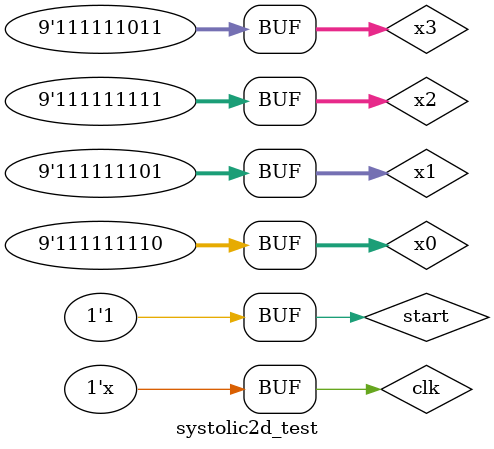
<source format=v>
`timescale 1ns / 1ps


module systolic2d_test;

	// Inputs
	reg clk;
	reg start;
	reg signed [8:0] x0;
	reg signed [8:0] x1;
	reg signed [8:0] x2;
	reg signed [8:0] x3;

	// Outputs
	wire signed [8:0] y0;
	wire signed [8:0] y1;
	wire signed [8:0] y2;
	wire signed [8:0] y3;

	// Instantiate the Unit Under Test (UUT)
	Hadamard4ptsystolic2d uut (
		.clk(clk), 
		.start(start), 
		.x0(x0), 
		.x1(x1), 
		.x2(x2), 
		.x3(x3), 
		.y0(y0), 
		.y1(y1), 
		.y2(y2), 
		.y3(y3)
	);

	initial begin
		// Initialize Inputs
		clk = 0;
		start = 1;
		x0 = 3;
		x1 = 4;
		x2 = -2;
		x3 = 1;

		#200;
		
		x0 = -1;
		x1 = 6;
		x2 = 2;
		x3 = 4;

		#200;

		x0 = 5;
		x1 = -3;
		x2 = 1;
		x3 = 0;

		#200;

		
		x0 = -2;
		x1 = -3;
		x2 = -1;
		x3 = -5;

		#200;
	end
	always #10 clk = ~clk;
      
	initial
	begin
		$monitor($time,"x0 =%d , x1=%d , x2 =%d , x3 =%d ,\n  y0 =%d , y1 = %d , y2 =%d , y3 =%d ",x0,x1,x2,x3,y0,y1,y2,y3);
	end
endmodule


</source>
